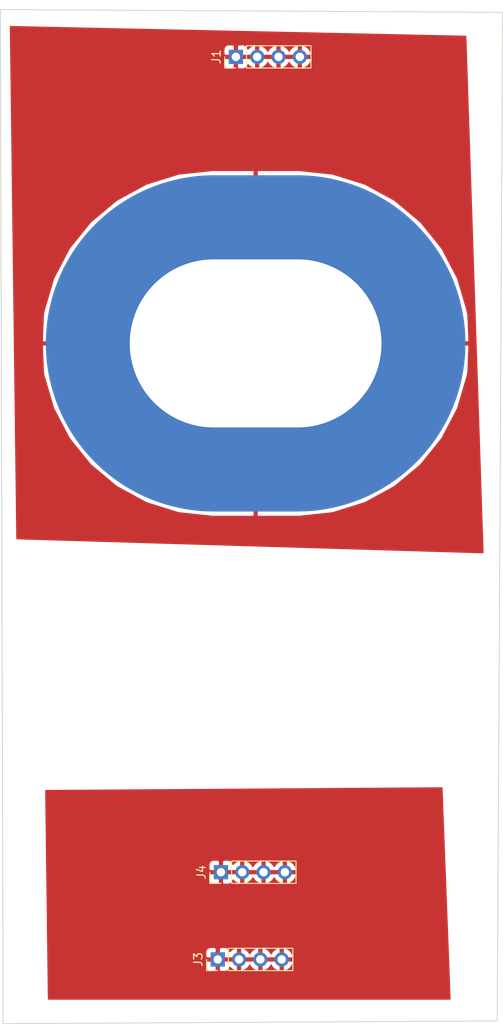
<source format=kicad_pcb>
(kicad_pcb (version 20171130) (host pcbnew 5.1.7+dfsg1-1)

  (general
    (thickness 1.6)
    (drawings 4)
    (tracks 0)
    (zones 0)
    (modules 4)
    (nets 3)
  )

  (page A4)
  (layers
    (0 F.Cu signal)
    (31 B.Cu signal)
    (32 B.Adhes user)
    (33 F.Adhes user)
    (34 B.Paste user)
    (35 F.Paste user)
    (36 B.SilkS user)
    (37 F.SilkS user)
    (38 B.Mask user)
    (39 F.Mask user)
    (40 Dwgs.User user)
    (41 Cmts.User user)
    (42 Eco1.User user)
    (43 Eco2.User user)
    (44 Edge.Cuts user)
    (45 Margin user)
    (46 B.CrtYd user)
    (47 F.CrtYd user)
    (48 B.Fab user)
    (49 F.Fab user)
  )

  (setup
    (last_trace_width 0.25)
    (trace_clearance 0.2)
    (zone_clearance 0.508)
    (zone_45_only no)
    (trace_min 0.2)
    (via_size 0.8)
    (via_drill 0.4)
    (via_min_size 0.4)
    (via_min_drill 0.3)
    (uvia_size 0.3)
    (uvia_drill 0.1)
    (uvias_allowed no)
    (uvia_min_size 0.2)
    (uvia_min_drill 0.1)
    (edge_width 0.05)
    (segment_width 0.2)
    (pcb_text_width 0.3)
    (pcb_text_size 1.5 1.5)
    (mod_edge_width 0.12)
    (mod_text_size 1 1)
    (mod_text_width 0.15)
    (pad_size 1.524 1.524)
    (pad_drill 0.762)
    (pad_to_mask_clearance 0)
    (aux_axis_origin 0 0)
    (visible_elements FFFFFF7F)
    (pcbplotparams
      (layerselection 0x010f0_ffffffff)
      (usegerberextensions false)
      (usegerberattributes true)
      (usegerberadvancedattributes true)
      (creategerberjobfile true)
      (excludeedgelayer true)
      (linewidth 0.100000)
      (plotframeref false)
      (viasonmask false)
      (mode 1)
      (useauxorigin false)
      (hpglpennumber 1)
      (hpglpenspeed 20)
      (hpglpendiameter 15.000000)
      (psnegative false)
      (psa4output false)
      (plotreference true)
      (plotvalue true)
      (plotinvisibletext false)
      (padsonsilk false)
      (subtractmaskfromsilk false)
      (outputformat 1)
      (mirror false)
      (drillshape 0)
      (scaleselection 1)
      (outputdirectory "../gerber/"))
  )

  (net 0 "")
  (net 1 "Net-(J1-Pad1)")
  (net 2 "Net-(J3-Pad1)")

  (net_class Default "This is the default net class."
    (clearance 0.2)
    (trace_width 0.25)
    (via_dia 0.8)
    (via_drill 0.4)
    (uvia_dia 0.3)
    (uvia_drill 0.1)
    (add_net "Net-(J1-Pad1)")
    (add_net "Net-(J3-Pad1)")
  )

  (module Connector_PinHeader_2.54mm:PinHeader_1x04_P2.54mm_Vertical (layer F.Cu) (tedit 59FED5CC) (tstamp 5F852174)
    (at 126.28 142.57 90)
    (descr "Through hole straight pin header, 1x04, 2.54mm pitch, single row")
    (tags "Through hole pin header THT 1x04 2.54mm single row")
    (path /5F84C5E9)
    (fp_text reference J4 (at 0 -2.33 90) (layer F.SilkS)
      (effects (font (size 1 1) (thickness 0.15)))
    )
    (fp_text value Conn_01x04_Male (at 0 9.95 90) (layer F.Fab)
      (effects (font (size 1 1) (thickness 0.15)))
    )
    (fp_text user %R (at 0 3.81) (layer F.Fab)
      (effects (font (size 1 1) (thickness 0.15)))
    )
    (fp_line (start -0.635 -1.27) (end 1.27 -1.27) (layer F.Fab) (width 0.1))
    (fp_line (start 1.27 -1.27) (end 1.27 8.89) (layer F.Fab) (width 0.1))
    (fp_line (start 1.27 8.89) (end -1.27 8.89) (layer F.Fab) (width 0.1))
    (fp_line (start -1.27 8.89) (end -1.27 -0.635) (layer F.Fab) (width 0.1))
    (fp_line (start -1.27 -0.635) (end -0.635 -1.27) (layer F.Fab) (width 0.1))
    (fp_line (start -1.33 8.95) (end 1.33 8.95) (layer F.SilkS) (width 0.12))
    (fp_line (start -1.33 1.27) (end -1.33 8.95) (layer F.SilkS) (width 0.12))
    (fp_line (start 1.33 1.27) (end 1.33 8.95) (layer F.SilkS) (width 0.12))
    (fp_line (start -1.33 1.27) (end 1.33 1.27) (layer F.SilkS) (width 0.12))
    (fp_line (start -1.33 0) (end -1.33 -1.33) (layer F.SilkS) (width 0.12))
    (fp_line (start -1.33 -1.33) (end 0 -1.33) (layer F.SilkS) (width 0.12))
    (fp_line (start -1.8 -1.8) (end -1.8 9.4) (layer F.CrtYd) (width 0.05))
    (fp_line (start -1.8 9.4) (end 1.8 9.4) (layer F.CrtYd) (width 0.05))
    (fp_line (start 1.8 9.4) (end 1.8 -1.8) (layer F.CrtYd) (width 0.05))
    (fp_line (start 1.8 -1.8) (end -1.8 -1.8) (layer F.CrtYd) (width 0.05))
    (pad 4 thru_hole oval (at 0 7.62 90) (size 1.7 1.7) (drill 1) (layers *.Cu *.Mask)
      (net 2 "Net-(J3-Pad1)"))
    (pad 3 thru_hole oval (at 0 5.08 90) (size 1.7 1.7) (drill 1) (layers *.Cu *.Mask)
      (net 2 "Net-(J3-Pad1)"))
    (pad 2 thru_hole oval (at 0 2.54 90) (size 1.7 1.7) (drill 1) (layers *.Cu *.Mask)
      (net 2 "Net-(J3-Pad1)"))
    (pad 1 thru_hole rect (at 0 0 90) (size 1.7 1.7) (drill 1) (layers *.Cu *.Mask)
      (net 2 "Net-(J3-Pad1)"))
    (model ${KISYS3DMOD}/Connector_PinHeader_2.54mm.3dshapes/PinHeader_1x04_P2.54mm_Vertical.wrl
      (at (xyz 0 0 0))
      (scale (xyz 1 1 1))
      (rotate (xyz 0 0 0))
    )
  )

  (module Connector_PinHeader_2.54mm:PinHeader_1x04_P2.54mm_Vertical (layer F.Cu) (tedit 59FED5CC) (tstamp 5F8521B9)
    (at 125.9 152.95 90)
    (descr "Through hole straight pin header, 1x04, 2.54mm pitch, single row")
    (tags "Through hole pin header THT 1x04 2.54mm single row")
    (path /5F84CE07)
    (fp_text reference J3 (at 0 -2.33 90) (layer F.SilkS)
      (effects (font (size 1 1) (thickness 0.15)))
    )
    (fp_text value Conn_01x04_Male (at 0 9.95 90) (layer F.Fab)
      (effects (font (size 1 1) (thickness 0.15)))
    )
    (fp_text user %R (at 0 3.81) (layer F.Fab)
      (effects (font (size 1 1) (thickness 0.15)))
    )
    (fp_line (start -0.635 -1.27) (end 1.27 -1.27) (layer F.Fab) (width 0.1))
    (fp_line (start 1.27 -1.27) (end 1.27 8.89) (layer F.Fab) (width 0.1))
    (fp_line (start 1.27 8.89) (end -1.27 8.89) (layer F.Fab) (width 0.1))
    (fp_line (start -1.27 8.89) (end -1.27 -0.635) (layer F.Fab) (width 0.1))
    (fp_line (start -1.27 -0.635) (end -0.635 -1.27) (layer F.Fab) (width 0.1))
    (fp_line (start -1.33 8.95) (end 1.33 8.95) (layer F.SilkS) (width 0.12))
    (fp_line (start -1.33 1.27) (end -1.33 8.95) (layer F.SilkS) (width 0.12))
    (fp_line (start 1.33 1.27) (end 1.33 8.95) (layer F.SilkS) (width 0.12))
    (fp_line (start -1.33 1.27) (end 1.33 1.27) (layer F.SilkS) (width 0.12))
    (fp_line (start -1.33 0) (end -1.33 -1.33) (layer F.SilkS) (width 0.12))
    (fp_line (start -1.33 -1.33) (end 0 -1.33) (layer F.SilkS) (width 0.12))
    (fp_line (start -1.8 -1.8) (end -1.8 9.4) (layer F.CrtYd) (width 0.05))
    (fp_line (start -1.8 9.4) (end 1.8 9.4) (layer F.CrtYd) (width 0.05))
    (fp_line (start 1.8 9.4) (end 1.8 -1.8) (layer F.CrtYd) (width 0.05))
    (fp_line (start 1.8 -1.8) (end -1.8 -1.8) (layer F.CrtYd) (width 0.05))
    (pad 4 thru_hole oval (at 0 7.62 90) (size 1.7 1.7) (drill 1) (layers *.Cu *.Mask)
      (net 2 "Net-(J3-Pad1)"))
    (pad 3 thru_hole oval (at 0 5.08 90) (size 1.7 1.7) (drill 1) (layers *.Cu *.Mask)
      (net 2 "Net-(J3-Pad1)"))
    (pad 2 thru_hole oval (at 0 2.54 90) (size 1.7 1.7) (drill 1) (layers *.Cu *.Mask)
      (net 2 "Net-(J3-Pad1)"))
    (pad 1 thru_hole rect (at 0 0 90) (size 1.7 1.7) (drill 1) (layers *.Cu *.Mask)
      (net 2 "Net-(J3-Pad1)"))
    (model ${KISYS3DMOD}/Connector_PinHeader_2.54mm.3dshapes/PinHeader_1x04_P2.54mm_Vertical.wrl
      (at (xyz 0 0 0))
      (scale (xyz 1 1 1))
      (rotate (xyz 0 0 0))
    )
  )

  (module electrodes:Electrode_ThroughHole_V0.1 (layer F.Cu) (tedit 5F84C3F5) (tstamp 5F852012)
    (at 130.414999 75.944999)
    (path /5F84D1DE)
    (fp_text reference J2 (at 0 0.5) (layer F.SilkS)
      (effects (font (size 1 1) (thickness 0.15)))
    )
    (fp_text value Metallic_Electrode (at 0 -0.5) (layer F.Fab)
      (effects (font (size 1 1) (thickness 0.15)))
    )
    (pad 1 thru_hole oval (at 0 3.7) (size 50 40) (drill oval 30 20) (layers *.Cu *.Mask)
      (net 1 "Net-(J1-Pad1)"))
  )

  (module Connector_PinHeader_2.54mm:PinHeader_1x04_P2.54mm_Vertical (layer F.Cu) (tedit 59FED5CC) (tstamp 5F85200D)
    (at 128.06 45.55 90)
    (descr "Through hole straight pin header, 1x04, 2.54mm pitch, single row")
    (tags "Through hole pin header THT 1x04 2.54mm single row")
    (path /5F84DC28)
    (fp_text reference J1 (at 0 -2.33 90) (layer F.SilkS)
      (effects (font (size 1 1) (thickness 0.15)))
    )
    (fp_text value Conn_01x04_Male (at 0 9.95 90) (layer F.Fab)
      (effects (font (size 1 1) (thickness 0.15)))
    )
    (fp_text user %R (at 0 3.81) (layer F.Fab)
      (effects (font (size 1 1) (thickness 0.15)))
    )
    (fp_line (start -0.635 -1.27) (end 1.27 -1.27) (layer F.Fab) (width 0.1))
    (fp_line (start 1.27 -1.27) (end 1.27 8.89) (layer F.Fab) (width 0.1))
    (fp_line (start 1.27 8.89) (end -1.27 8.89) (layer F.Fab) (width 0.1))
    (fp_line (start -1.27 8.89) (end -1.27 -0.635) (layer F.Fab) (width 0.1))
    (fp_line (start -1.27 -0.635) (end -0.635 -1.27) (layer F.Fab) (width 0.1))
    (fp_line (start -1.33 8.95) (end 1.33 8.95) (layer F.SilkS) (width 0.12))
    (fp_line (start -1.33 1.27) (end -1.33 8.95) (layer F.SilkS) (width 0.12))
    (fp_line (start 1.33 1.27) (end 1.33 8.95) (layer F.SilkS) (width 0.12))
    (fp_line (start -1.33 1.27) (end 1.33 1.27) (layer F.SilkS) (width 0.12))
    (fp_line (start -1.33 0) (end -1.33 -1.33) (layer F.SilkS) (width 0.12))
    (fp_line (start -1.33 -1.33) (end 0 -1.33) (layer F.SilkS) (width 0.12))
    (fp_line (start -1.8 -1.8) (end -1.8 9.4) (layer F.CrtYd) (width 0.05))
    (fp_line (start -1.8 9.4) (end 1.8 9.4) (layer F.CrtYd) (width 0.05))
    (fp_line (start 1.8 9.4) (end 1.8 -1.8) (layer F.CrtYd) (width 0.05))
    (fp_line (start 1.8 -1.8) (end -1.8 -1.8) (layer F.CrtYd) (width 0.05))
    (pad 4 thru_hole oval (at 0 7.62 90) (size 1.7 1.7) (drill 1) (layers *.Cu *.Mask)
      (net 1 "Net-(J1-Pad1)"))
    (pad 3 thru_hole oval (at 0 5.08 90) (size 1.7 1.7) (drill 1) (layers *.Cu *.Mask)
      (net 1 "Net-(J1-Pad1)"))
    (pad 2 thru_hole oval (at 0 2.54 90) (size 1.7 1.7) (drill 1) (layers *.Cu *.Mask)
      (net 1 "Net-(J1-Pad1)"))
    (pad 1 thru_hole rect (at 0 0 90) (size 1.7 1.7) (drill 1) (layers *.Cu *.Mask)
      (net 1 "Net-(J1-Pad1)"))
    (model ${KISYS3DMOD}/Connector_PinHeader_2.54mm.3dshapes/PinHeader_1x04_P2.54mm_Vertical.wrl
      (at (xyz 0 0 0))
      (scale (xyz 1 1 1))
      (rotate (xyz 0 0 0))
    )
  )

  (gr_line (start 100 39.92) (end 159.85 40.25) (layer Edge.Cuts) (width 0.1))
  (gr_line (start 100.32 160.59) (end 100 39.92) (layer Edge.Cuts) (width 0.1))
  (gr_line (start 159.21 160.27) (end 100.32 160.59) (layer Edge.Cuts) (width 0.1))
  (gr_line (start 159.85 40.25) (end 159.21 160.27) (layer Edge.Cuts) (width 0.1) (tstamp 5F8521E8))

  (zone (net 1) (net_name "Net-(J1-Pad1)") (layer F.Cu) (tstamp 5F852277) (hatch edge 0.508)
    (connect_pads (clearance 0.4))
    (min_thickness 0.2)
    (fill yes (arc_segments 32) (thermal_gap 0.508) (thermal_bridge_width 0.508))
    (polygon
      (pts
        (xy 155.53 43.03) (xy 157.59 104.63) (xy 101.89 102.96) (xy 101.12 41.87)
      )
    )
    (filled_polygon
      (pts
        (xy 155.43322 43.127959) (xy 157.486495 104.526852) (xy 101.988784 102.862917) (xy 101.698079 79.798999) (xy 104.959579 79.798999)
        (xy 105.085377 83.020815) (xy 105.172933 83.51438) (xy 106.316757 87.389062) (xy 108.194516 90.966144) (xy 110.734049 94.108161)
        (xy 113.837762 96.694367) (xy 117.386382 98.625375) (xy 121.243537 99.826978) (xy 125.260999 100.252999) (xy 130.260999 100.252999)
        (xy 130.260999 79.798999) (xy 130.568999 79.798999) (xy 130.568999 100.252999) (xy 135.568999 100.252999) (xy 139.586461 99.826978)
        (xy 143.443616 98.625375) (xy 146.992236 96.694367) (xy 150.095949 94.108161) (xy 152.635482 90.966144) (xy 154.513241 87.389062)
        (xy 155.657065 83.51438) (xy 155.744621 83.020815) (xy 155.870419 79.798999) (xy 130.568999 79.798999) (xy 130.260999 79.798999)
        (xy 104.959579 79.798999) (xy 101.698079 79.798999) (xy 101.694197 79.490999) (xy 104.959579 79.490999) (xy 130.260999 79.490999)
        (xy 130.260999 59.036999) (xy 130.568999 59.036999) (xy 130.568999 79.490999) (xy 155.870419 79.490999) (xy 155.744621 76.269183)
        (xy 155.657065 75.775618) (xy 154.513241 71.900936) (xy 152.635482 68.323854) (xy 150.095949 65.181837) (xy 146.992236 62.595631)
        (xy 143.443616 60.664623) (xy 139.586461 59.46302) (xy 135.568999 59.036999) (xy 130.568999 59.036999) (xy 130.260999 59.036999)
        (xy 125.260999 59.036999) (xy 121.243537 59.46302) (xy 117.386382 60.664623) (xy 113.837762 62.595631) (xy 110.734049 65.181837)
        (xy 108.194516 68.323854) (xy 106.316757 71.900936) (xy 105.172933 75.775618) (xy 105.085377 76.269183) (xy 104.959579 79.490999)
        (xy 101.694197 79.490999) (xy 101.277106 46.4) (xy 126.599058 46.4) (xy 126.610797 46.519189) (xy 126.645563 46.633797)
        (xy 126.70202 46.739421) (xy 126.777999 46.832001) (xy 126.870579 46.90798) (xy 126.976203 46.964437) (xy 127.090811 46.999203)
        (xy 127.21 47.010942) (xy 127.754 47.008) (xy 127.906 46.856) (xy 127.906 45.704) (xy 128.214 45.704)
        (xy 128.214 46.856) (xy 128.366 47.008) (xy 128.91 47.010942) (xy 129.029189 46.999203) (xy 129.143797 46.964437)
        (xy 129.249421 46.90798) (xy 129.342001 46.832001) (xy 129.41798 46.739421) (xy 129.474437 46.633797) (xy 129.509203 46.519189)
        (xy 129.510197 46.509093) (xy 129.639878 46.647246) (xy 129.872389 46.813473) (xy 130.132861 46.931146) (xy 130.22109 46.957903)
        (xy 130.446 46.846889) (xy 130.446 45.704) (xy 130.754 45.704) (xy 130.754 46.846889) (xy 130.97891 46.957903)
        (xy 131.067139 46.931146) (xy 131.327611 46.813473) (xy 131.560122 46.647246) (xy 131.755736 46.438852) (xy 131.87 46.255551)
        (xy 131.984264 46.438852) (xy 132.179878 46.647246) (xy 132.412389 46.813473) (xy 132.672861 46.931146) (xy 132.76109 46.957903)
        (xy 132.986 46.846889) (xy 132.986 45.704) (xy 133.294 45.704) (xy 133.294 46.846889) (xy 133.51891 46.957903)
        (xy 133.607139 46.931146) (xy 133.867611 46.813473) (xy 134.100122 46.647246) (xy 134.295736 46.438852) (xy 134.41 46.255551)
        (xy 134.524264 46.438852) (xy 134.719878 46.647246) (xy 134.952389 46.813473) (xy 135.212861 46.931146) (xy 135.30109 46.957903)
        (xy 135.526 46.846889) (xy 135.526 45.704) (xy 135.834 45.704) (xy 135.834 46.846889) (xy 136.05891 46.957903)
        (xy 136.147139 46.931146) (xy 136.407611 46.813473) (xy 136.640122 46.647246) (xy 136.835736 46.438852) (xy 136.986935 46.1963)
        (xy 137.087909 45.928911) (xy 136.97785 45.704) (xy 135.834 45.704) (xy 135.526 45.704) (xy 133.294 45.704)
        (xy 132.986 45.704) (xy 130.754 45.704) (xy 130.446 45.704) (xy 128.214 45.704) (xy 127.906 45.704)
        (xy 126.754 45.704) (xy 126.602 45.856) (xy 126.599058 46.4) (xy 101.277106 46.4) (xy 101.255679 44.7)
        (xy 126.599058 44.7) (xy 126.602 45.244) (xy 126.754 45.396) (xy 127.906 45.396) (xy 127.906 44.244)
        (xy 128.214 44.244) (xy 128.214 45.396) (xy 130.446 45.396) (xy 130.446 44.253111) (xy 130.754 44.253111)
        (xy 130.754 45.396) (xy 132.986 45.396) (xy 132.986 44.253111) (xy 133.294 44.253111) (xy 133.294 45.396)
        (xy 135.526 45.396) (xy 135.526 44.253111) (xy 135.834 44.253111) (xy 135.834 45.396) (xy 136.97785 45.396)
        (xy 137.087909 45.171089) (xy 136.986935 44.9037) (xy 136.835736 44.661148) (xy 136.640122 44.452754) (xy 136.407611 44.286527)
        (xy 136.147139 44.168854) (xy 136.05891 44.142097) (xy 135.834 44.253111) (xy 135.526 44.253111) (xy 135.30109 44.142097)
        (xy 135.212861 44.168854) (xy 134.952389 44.286527) (xy 134.719878 44.452754) (xy 134.524264 44.661148) (xy 134.41 44.844449)
        (xy 134.295736 44.661148) (xy 134.100122 44.452754) (xy 133.867611 44.286527) (xy 133.607139 44.168854) (xy 133.51891 44.142097)
        (xy 133.294 44.253111) (xy 132.986 44.253111) (xy 132.76109 44.142097) (xy 132.672861 44.168854) (xy 132.412389 44.286527)
        (xy 132.179878 44.452754) (xy 131.984264 44.661148) (xy 131.87 44.844449) (xy 131.755736 44.661148) (xy 131.560122 44.452754)
        (xy 131.327611 44.286527) (xy 131.067139 44.168854) (xy 130.97891 44.142097) (xy 130.754 44.253111) (xy 130.446 44.253111)
        (xy 130.22109 44.142097) (xy 130.132861 44.168854) (xy 129.872389 44.286527) (xy 129.639878 44.452754) (xy 129.510197 44.590907)
        (xy 129.509203 44.580811) (xy 129.474437 44.466203) (xy 129.41798 44.360579) (xy 129.342001 44.267999) (xy 129.249421 44.19202)
        (xy 129.143797 44.135563) (xy 129.029189 44.100797) (xy 128.91 44.089058) (xy 128.366 44.092) (xy 128.214 44.244)
        (xy 127.906 44.244) (xy 127.754 44.092) (xy 127.21 44.089058) (xy 127.090811 44.100797) (xy 126.976203 44.135563)
        (xy 126.870579 44.19202) (xy 126.777999 44.267999) (xy 126.70202 44.360579) (xy 126.645563 44.466203) (xy 126.610797 44.580811)
        (xy 126.599058 44.7) (xy 101.255679 44.7) (xy 101.221296 41.972182)
      )
    )
  )
  (zone (net 2) (net_name "Net-(J3-Pad1)") (layer F.Cu) (tstamp 5F852274) (hatch edge 0.508)
    (connect_pads (clearance 0.4))
    (min_thickness 0.2)
    (fill yes (arc_segments 32) (thermal_gap 0.508) (thermal_bridge_width 0.508))
    (polygon
      (pts
        (xy 153.66 157.74) (xy 105.65 157.74) (xy 105.33 132.78) (xy 152.69 132.46)
      )
    )
    (filled_polygon
      (pts
        (xy 153.55609 157.64) (xy 105.748726 157.64) (xy 105.699496 153.8) (xy 124.439058 153.8) (xy 124.450797 153.919189)
        (xy 124.485563 154.033797) (xy 124.54202 154.139421) (xy 124.617999 154.232001) (xy 124.710579 154.30798) (xy 124.816203 154.364437)
        (xy 124.930811 154.399203) (xy 125.05 154.410942) (xy 125.594 154.408) (xy 125.746 154.256) (xy 125.746 153.104)
        (xy 126.054 153.104) (xy 126.054 154.256) (xy 126.206 154.408) (xy 126.75 154.410942) (xy 126.869189 154.399203)
        (xy 126.983797 154.364437) (xy 127.089421 154.30798) (xy 127.182001 154.232001) (xy 127.25798 154.139421) (xy 127.314437 154.033797)
        (xy 127.349203 153.919189) (xy 127.350197 153.909093) (xy 127.479878 154.047246) (xy 127.712389 154.213473) (xy 127.972861 154.331146)
        (xy 128.06109 154.357903) (xy 128.286 154.246889) (xy 128.286 153.104) (xy 128.594 153.104) (xy 128.594 154.246889)
        (xy 128.81891 154.357903) (xy 128.907139 154.331146) (xy 129.167611 154.213473) (xy 129.400122 154.047246) (xy 129.595736 153.838852)
        (xy 129.71 153.655551) (xy 129.824264 153.838852) (xy 130.019878 154.047246) (xy 130.252389 154.213473) (xy 130.512861 154.331146)
        (xy 130.60109 154.357903) (xy 130.826 154.246889) (xy 130.826 153.104) (xy 131.134 153.104) (xy 131.134 154.246889)
        (xy 131.35891 154.357903) (xy 131.447139 154.331146) (xy 131.707611 154.213473) (xy 131.940122 154.047246) (xy 132.135736 153.838852)
        (xy 132.25 153.655551) (xy 132.364264 153.838852) (xy 132.559878 154.047246) (xy 132.792389 154.213473) (xy 133.052861 154.331146)
        (xy 133.14109 154.357903) (xy 133.366 154.246889) (xy 133.366 153.104) (xy 133.674 153.104) (xy 133.674 154.246889)
        (xy 133.89891 154.357903) (xy 133.987139 154.331146) (xy 134.247611 154.213473) (xy 134.480122 154.047246) (xy 134.675736 153.838852)
        (xy 134.826935 153.5963) (xy 134.927909 153.328911) (xy 134.81785 153.104) (xy 133.674 153.104) (xy 133.366 153.104)
        (xy 131.134 153.104) (xy 130.826 153.104) (xy 128.594 153.104) (xy 128.286 153.104) (xy 126.054 153.104)
        (xy 125.746 153.104) (xy 124.594 153.104) (xy 124.442 153.256) (xy 124.439058 153.8) (xy 105.699496 153.8)
        (xy 105.677702 152.1) (xy 124.439058 152.1) (xy 124.442 152.644) (xy 124.594 152.796) (xy 125.746 152.796)
        (xy 125.746 151.644) (xy 126.054 151.644) (xy 126.054 152.796) (xy 128.286 152.796) (xy 128.286 151.653111)
        (xy 128.594 151.653111) (xy 128.594 152.796) (xy 130.826 152.796) (xy 130.826 151.653111) (xy 131.134 151.653111)
        (xy 131.134 152.796) (xy 133.366 152.796) (xy 133.366 151.653111) (xy 133.674 151.653111) (xy 133.674 152.796)
        (xy 134.81785 152.796) (xy 134.927909 152.571089) (xy 134.826935 152.3037) (xy 134.675736 152.061148) (xy 134.480122 151.852754)
        (xy 134.247611 151.686527) (xy 133.987139 151.568854) (xy 133.89891 151.542097) (xy 133.674 151.653111) (xy 133.366 151.653111)
        (xy 133.14109 151.542097) (xy 133.052861 151.568854) (xy 132.792389 151.686527) (xy 132.559878 151.852754) (xy 132.364264 152.061148)
        (xy 132.25 152.244449) (xy 132.135736 152.061148) (xy 131.940122 151.852754) (xy 131.707611 151.686527) (xy 131.447139 151.568854)
        (xy 131.35891 151.542097) (xy 131.134 151.653111) (xy 130.826 151.653111) (xy 130.60109 151.542097) (xy 130.512861 151.568854)
        (xy 130.252389 151.686527) (xy 130.019878 151.852754) (xy 129.824264 152.061148) (xy 129.71 152.244449) (xy 129.595736 152.061148)
        (xy 129.400122 151.852754) (xy 129.167611 151.686527) (xy 128.907139 151.568854) (xy 128.81891 151.542097) (xy 128.594 151.653111)
        (xy 128.286 151.653111) (xy 128.06109 151.542097) (xy 127.972861 151.568854) (xy 127.712389 151.686527) (xy 127.479878 151.852754)
        (xy 127.350197 151.990907) (xy 127.349203 151.980811) (xy 127.314437 151.866203) (xy 127.25798 151.760579) (xy 127.182001 151.667999)
        (xy 127.089421 151.59202) (xy 126.983797 151.535563) (xy 126.869189 151.500797) (xy 126.75 151.489058) (xy 126.206 151.492)
        (xy 126.054 151.644) (xy 125.746 151.644) (xy 125.594 151.492) (xy 125.05 151.489058) (xy 124.930811 151.500797)
        (xy 124.816203 151.535563) (xy 124.710579 151.59202) (xy 124.617999 151.667999) (xy 124.54202 151.760579) (xy 124.485563 151.866203)
        (xy 124.450797 151.980811) (xy 124.439058 152.1) (xy 105.677702 152.1) (xy 105.56642 143.42) (xy 124.819058 143.42)
        (xy 124.830797 143.539189) (xy 124.865563 143.653797) (xy 124.92202 143.759421) (xy 124.997999 143.852001) (xy 125.090579 143.92798)
        (xy 125.196203 143.984437) (xy 125.310811 144.019203) (xy 125.43 144.030942) (xy 125.974 144.028) (xy 126.126 143.876)
        (xy 126.126 142.724) (xy 126.434 142.724) (xy 126.434 143.876) (xy 126.586 144.028) (xy 127.13 144.030942)
        (xy 127.249189 144.019203) (xy 127.363797 143.984437) (xy 127.469421 143.92798) (xy 127.562001 143.852001) (xy 127.63798 143.759421)
        (xy 127.694437 143.653797) (xy 127.729203 143.539189) (xy 127.730197 143.529093) (xy 127.859878 143.667246) (xy 128.092389 143.833473)
        (xy 128.352861 143.951146) (xy 128.44109 143.977903) (xy 128.666 143.866889) (xy 128.666 142.724) (xy 128.974 142.724)
        (xy 128.974 143.866889) (xy 129.19891 143.977903) (xy 129.287139 143.951146) (xy 129.547611 143.833473) (xy 129.780122 143.667246)
        (xy 129.975736 143.458852) (xy 130.09 143.275551) (xy 130.204264 143.458852) (xy 130.399878 143.667246) (xy 130.632389 143.833473)
        (xy 130.892861 143.951146) (xy 130.98109 143.977903) (xy 131.206 143.866889) (xy 131.206 142.724) (xy 131.514 142.724)
        (xy 131.514 143.866889) (xy 131.73891 143.977903) (xy 131.827139 143.951146) (xy 132.087611 143.833473) (xy 132.320122 143.667246)
        (xy 132.515736 143.458852) (xy 132.63 143.275551) (xy 132.744264 143.458852) (xy 132.939878 143.667246) (xy 133.172389 143.833473)
        (xy 133.432861 143.951146) (xy 133.52109 143.977903) (xy 133.746 143.866889) (xy 133.746 142.724) (xy 134.054 142.724)
        (xy 134.054 143.866889) (xy 134.27891 143.977903) (xy 134.367139 143.951146) (xy 134.627611 143.833473) (xy 134.860122 143.667246)
        (xy 135.055736 143.458852) (xy 135.206935 143.2163) (xy 135.307909 142.948911) (xy 135.19785 142.724) (xy 134.054 142.724)
        (xy 133.746 142.724) (xy 131.514 142.724) (xy 131.206 142.724) (xy 128.974 142.724) (xy 128.666 142.724)
        (xy 126.434 142.724) (xy 126.126 142.724) (xy 124.974 142.724) (xy 124.822 142.876) (xy 124.819058 143.42)
        (xy 105.56642 143.42) (xy 105.544625 141.72) (xy 124.819058 141.72) (xy 124.822 142.264) (xy 124.974 142.416)
        (xy 126.126 142.416) (xy 126.126 141.264) (xy 126.434 141.264) (xy 126.434 142.416) (xy 128.666 142.416)
        (xy 128.666 141.273111) (xy 128.974 141.273111) (xy 128.974 142.416) (xy 131.206 142.416) (xy 131.206 141.273111)
        (xy 131.514 141.273111) (xy 131.514 142.416) (xy 133.746 142.416) (xy 133.746 141.273111) (xy 134.054 141.273111)
        (xy 134.054 142.416) (xy 135.19785 142.416) (xy 135.307909 142.191089) (xy 135.206935 141.9237) (xy 135.055736 141.681148)
        (xy 134.860122 141.472754) (xy 134.627611 141.306527) (xy 134.367139 141.188854) (xy 134.27891 141.162097) (xy 134.054 141.273111)
        (xy 133.746 141.273111) (xy 133.52109 141.162097) (xy 133.432861 141.188854) (xy 133.172389 141.306527) (xy 132.939878 141.472754)
        (xy 132.744264 141.681148) (xy 132.63 141.864449) (xy 132.515736 141.681148) (xy 132.320122 141.472754) (xy 132.087611 141.306527)
        (xy 131.827139 141.188854) (xy 131.73891 141.162097) (xy 131.514 141.273111) (xy 131.206 141.273111) (xy 130.98109 141.162097)
        (xy 130.892861 141.188854) (xy 130.632389 141.306527) (xy 130.399878 141.472754) (xy 130.204264 141.681148) (xy 130.09 141.864449)
        (xy 129.975736 141.681148) (xy 129.780122 141.472754) (xy 129.547611 141.306527) (xy 129.287139 141.188854) (xy 129.19891 141.162097)
        (xy 128.974 141.273111) (xy 128.666 141.273111) (xy 128.44109 141.162097) (xy 128.352861 141.188854) (xy 128.092389 141.306527)
        (xy 127.859878 141.472754) (xy 127.730197 141.610907) (xy 127.729203 141.600811) (xy 127.694437 141.486203) (xy 127.63798 141.380579)
        (xy 127.562001 141.287999) (xy 127.469421 141.21202) (xy 127.363797 141.155563) (xy 127.249189 141.120797) (xy 127.13 141.109058)
        (xy 126.586 141.112) (xy 126.434 141.264) (xy 126.126 141.264) (xy 125.974 141.112) (xy 125.43 141.109058)
        (xy 125.310811 141.120797) (xy 125.196203 141.155563) (xy 125.090579 141.21202) (xy 124.997999 141.287999) (xy 124.92202 141.380579)
        (xy 124.865563 141.486203) (xy 124.830797 141.600811) (xy 124.819058 141.72) (xy 105.544625 141.72) (xy 105.431282 132.879318)
        (xy 152.593789 132.560653)
      )
    )
  )
)

</source>
